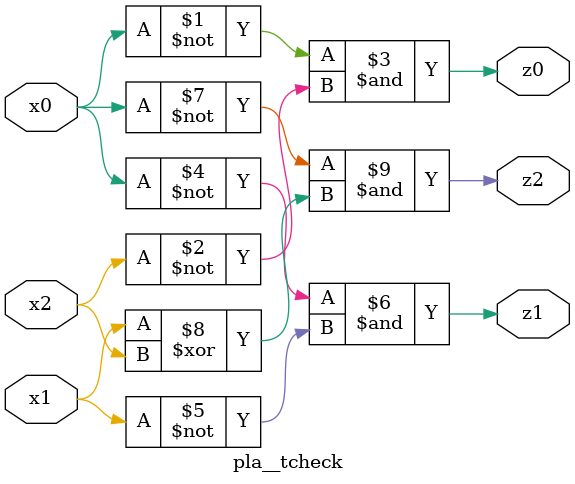
<source format=v>
module pla__tcheck ( 
    x0, x1, x2,
    z0, z1, z2  );
  input  x0, x1, x2;
  output z0, z1, z2;
  assign z0 = ~x0 & ~x2;
  assign z1 = ~x0 & ~x1;
  assign z2 = ~x0 & (x1 ^ x2);
endmodule
</source>
